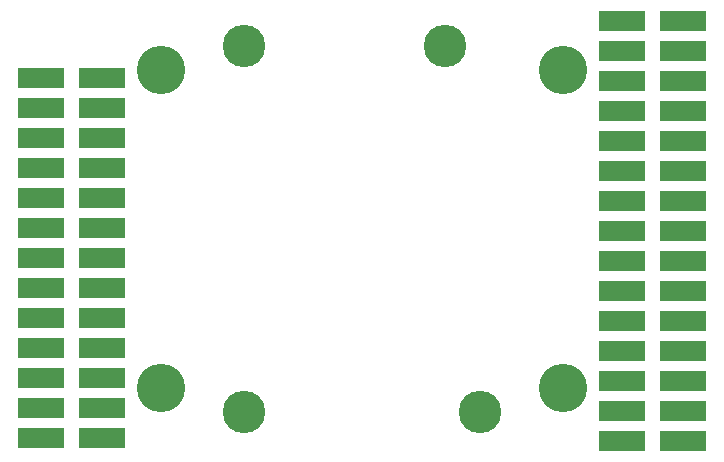
<source format=gts>
G04 #@! TF.FileFunction,Soldermask,Top*
%FSLAX46Y46*%
G04 Gerber Fmt 4.6, Leading zero omitted, Abs format (unit mm)*
G04 Created by KiCad (PCBNEW 4.0.2-stable) date 1/24/2017 5:25:06 AM*
%MOMM*%
G01*
G04 APERTURE LIST*
%ADD10C,0.100000*%
%ADD11C,4.100000*%
%ADD12R,3.960000X1.670000*%
%ADD13C,3.600000*%
G04 APERTURE END LIST*
D10*
D11*
X-17000000Y13500000D03*
X-17000000Y-13500000D03*
X17000000Y-13500000D03*
X17000000Y13500000D03*
D12*
X-27200000Y12800000D03*
X-21990000Y12800000D03*
X-27200000Y10260000D03*
X-21990000Y10260000D03*
X-27200000Y7720000D03*
X-21990000Y7720000D03*
X-27200000Y5180000D03*
X-21990000Y5180000D03*
X-27200000Y2640000D03*
X-21990000Y2640000D03*
X-27200000Y100000D03*
X-21990000Y100000D03*
X-27200000Y-2440000D03*
X-21990000Y-2440000D03*
X-27200000Y-4980000D03*
X-21990000Y-4980000D03*
X-27200000Y-7520000D03*
X-21990000Y-7520000D03*
X-27200000Y-10060000D03*
X-21990000Y-10060000D03*
X-27200000Y-12600000D03*
X-21990000Y-12600000D03*
X-27200000Y-15140000D03*
X-21990000Y-15140000D03*
X-27200000Y-17680000D03*
X-21990000Y-17680000D03*
X22000000Y17600000D03*
X27210000Y17600000D03*
X22000000Y15060000D03*
X27210000Y15060000D03*
X22000000Y12520000D03*
X27210000Y12520000D03*
X22000000Y9980000D03*
X27210000Y9980000D03*
X22000000Y7440000D03*
X27210000Y7440000D03*
X22000000Y4900000D03*
X27210000Y4900000D03*
X22000000Y2360000D03*
X27210000Y2360000D03*
X22000000Y-180000D03*
X27210000Y-180000D03*
X22000000Y-2720000D03*
X27210000Y-2720000D03*
X22000000Y-5260000D03*
X27210000Y-5260000D03*
X22000000Y-7800000D03*
X27210000Y-7800000D03*
X22000000Y-10340000D03*
X27210000Y-10340000D03*
X22000000Y-12880000D03*
X27210000Y-12880000D03*
X22000000Y-15420000D03*
X27210000Y-15420000D03*
X22000000Y-17960000D03*
X27210000Y-17960000D03*
D13*
X-10000000Y15500000D03*
X-10000000Y-15500000D03*
X10000000Y-15500000D03*
X7000000Y15500000D03*
M02*

</source>
